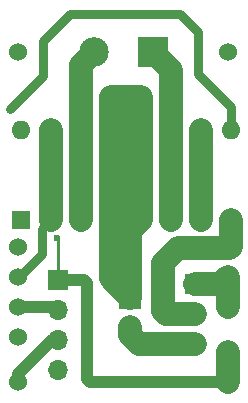
<source format=gtl>
G04 #@! TF.FileFunction,Copper,L1,Top,Signal*
%FSLAX46Y46*%
G04 Gerber Fmt 4.6, Leading zero omitted, Abs format (unit mm)*
G04 Created by KiCad (PCBNEW 4.0.6+dfsg1-1) date Mon Feb 26 15:43:31 2018*
%MOMM*%
%LPD*%
G01*
G04 APERTURE LIST*
%ADD10C,0.100000*%
%ADD11C,1.524000*%
%ADD12R,1.700000X1.700000*%
%ADD13O,1.700000X1.700000*%
%ADD14R,2.500000X2.500000*%
%ADD15C,2.500000*%
%ADD16R,1.600000X1.600000*%
%ADD17O,1.600000X1.600000*%
%ADD18R,1.850000X1.850000*%
%ADD19C,1.850000*%
%ADD20C,0.600000*%
%ADD21C,2.000000*%
%ADD22C,0.250000*%
%ADD23C,1.000000*%
%ADD24C,0.750000*%
G04 APERTURE END LIST*
D10*
D11*
X19380200Y1346200D03*
X19380200Y3886200D03*
X19380200Y7696200D03*
X19380200Y10236200D03*
X1600200Y1346200D03*
X1600200Y29286200D03*
X19380200Y29286200D03*
X1600200Y5156200D03*
X1600200Y7696200D03*
X1600200Y10236200D03*
X1600200Y12776200D03*
D12*
X16586200Y9601200D03*
D13*
X16586200Y7061200D03*
X16586200Y4521200D03*
D14*
X13030200Y29286200D03*
D15*
X8030200Y29286200D03*
D16*
X1854200Y15062200D03*
D17*
X19634200Y22682200D03*
X4394200Y15062200D03*
X17094200Y22682200D03*
X6934200Y15062200D03*
X14554200Y22682200D03*
X9474200Y15062200D03*
X12014200Y22682200D03*
X12014200Y15062200D03*
X9474200Y22682200D03*
X14554200Y15062200D03*
X6934200Y22682200D03*
X17094200Y15062200D03*
X4394200Y22682200D03*
X19634200Y15062200D03*
X1854200Y22682200D03*
D18*
X11125200Y8458200D03*
D19*
X11125200Y5958200D03*
D12*
X5029200Y9982200D03*
D13*
X5029200Y7442200D03*
X5029200Y4902200D03*
X5029200Y2362200D03*
D20*
X12014200Y16840200D03*
X12014200Y20904200D03*
X12014200Y19888200D03*
X12014200Y18872200D03*
X12014200Y17856200D03*
X10744200Y25476200D03*
X12014200Y25476200D03*
X9474200Y25476200D03*
X9474200Y16840200D03*
X9474200Y20904200D03*
X9474200Y19888200D03*
X9474200Y18872200D03*
X9474200Y17856200D03*
X9474200Y24460200D03*
X10744200Y16840200D03*
X10744200Y20904200D03*
X10744200Y19888200D03*
X10744200Y18872200D03*
X10744200Y17856200D03*
X10744200Y24460200D03*
X12014200Y24460200D03*
X4902200Y13538200D03*
X965200Y24460200D03*
D21*
X16586200Y9601200D02*
X18745200Y9601200D01*
X18745200Y9601200D02*
X19380200Y10236200D01*
X19380200Y10236200D02*
X19380200Y7696200D01*
X16586200Y7061200D02*
X14173200Y7061200D01*
X19634200Y12776200D02*
X19634200Y15062200D01*
X19507200Y12649200D02*
X19634200Y12776200D01*
X15189200Y12649200D02*
X19507200Y12649200D01*
X13919200Y11379200D02*
X15189200Y12649200D01*
X13919200Y7315200D02*
X13919200Y11379200D01*
X14173200Y7061200D02*
X13919200Y7315200D01*
X11125200Y5958200D02*
X11125200Y5283200D01*
X11125200Y5283200D02*
X11887200Y4521200D01*
X11887200Y4521200D02*
X16586200Y4521200D01*
X11125200Y8458200D02*
X11125200Y14173200D01*
X11125200Y14173200D02*
X12014200Y15062200D01*
X9474200Y15062200D02*
X9474200Y10109200D01*
X9474200Y10109200D02*
X11125200Y8458200D01*
X12014200Y20904200D02*
X12014200Y22682200D01*
X12014200Y19888200D02*
X12014200Y20904200D01*
X12014200Y18872200D02*
X12014200Y19888200D01*
X12014200Y17856200D02*
X12014200Y18872200D01*
X12014200Y16840200D02*
X12014200Y17856200D01*
X12014200Y15062200D02*
X12014200Y16840200D01*
X10744200Y25476200D02*
X12014200Y25476200D01*
X9474200Y25476200D02*
X10744200Y25476200D01*
X9474200Y16840200D02*
X9474200Y15062200D01*
X9474200Y17856200D02*
X9474200Y16840200D01*
X9474200Y18872200D02*
X9474200Y17856200D01*
X9474200Y19888200D02*
X9474200Y18872200D01*
X9474200Y20904200D02*
X9474200Y19888200D01*
X9474200Y22682200D02*
X9474200Y20904200D01*
X9474200Y24460200D02*
X9474200Y25476200D01*
X9474200Y22682200D02*
X9474200Y24460200D01*
X10744200Y16840200D02*
X10744200Y15062200D01*
X10744200Y17856200D02*
X10744200Y16840200D01*
X10744200Y18872200D02*
X10744200Y17856200D01*
X10744200Y19888200D02*
X10744200Y18872200D01*
X10744200Y20904200D02*
X10744200Y19888200D01*
X10744200Y22174200D02*
X10744200Y20904200D01*
X10744200Y24460200D02*
X10744200Y22174200D01*
X12014200Y24460200D02*
X12014200Y22682200D01*
X12014200Y25476200D02*
X12014200Y24460200D01*
X10744200Y22682200D02*
X10744200Y22174200D01*
X10744200Y15062200D02*
X10744200Y15570200D01*
X10744200Y15570200D02*
X10744200Y15062200D01*
X9474200Y15062200D02*
X10744200Y15062200D01*
X10744200Y15062200D02*
X12014200Y15062200D01*
X9474200Y22682200D02*
X10744200Y22682200D01*
X10744200Y22682200D02*
X12014200Y22682200D01*
X14554200Y15062200D02*
X14554200Y22682200D01*
X14554200Y22682200D02*
X14554200Y27762200D01*
X14554200Y27762200D02*
X13030200Y29286200D01*
X6934200Y22682200D02*
X6934200Y15062200D01*
X6934200Y22682200D02*
X6934200Y28190200D01*
X6934200Y28190200D02*
X8030200Y29286200D01*
D22*
X5029200Y9982200D02*
X5029200Y13411200D01*
X5029200Y13411200D02*
X4902200Y13538200D01*
D23*
X19380200Y1346200D02*
X7696200Y1346200D01*
X7188200Y9982200D02*
X5029200Y9982200D01*
X7442200Y9728200D02*
X7188200Y9982200D01*
X7442200Y1600200D02*
X7442200Y9728200D01*
X7696200Y1346200D02*
X7442200Y1600200D01*
D21*
X19380200Y1346200D02*
X19380200Y3886200D01*
D23*
X1600200Y1346200D02*
X1600200Y1981200D01*
X1600200Y1981200D02*
X4521200Y4902200D01*
X4521200Y4902200D02*
X5029200Y4902200D01*
D24*
X1600200Y10236200D02*
X1727200Y10236200D01*
X1727200Y10236200D02*
X3632200Y12141200D01*
X3632200Y12141200D02*
X3632200Y14300200D01*
X3632200Y14300200D02*
X4394200Y15062200D01*
D21*
X4394200Y22682200D02*
X4394200Y15062200D01*
D23*
X1600200Y7696200D02*
X4775200Y7696200D01*
X4775200Y7696200D02*
X5029200Y7442200D01*
D21*
X17094200Y22682200D02*
X17094200Y15062200D01*
D24*
X19634200Y24587200D02*
X16840200Y27381200D01*
X16840200Y27381200D02*
X16840200Y30937200D01*
X16840200Y30937200D02*
X15316200Y32461200D01*
X15316200Y32461200D02*
X6045200Y32461200D01*
X6045200Y32461200D02*
X3759200Y30175200D01*
X3759200Y30175200D02*
X3759200Y27254200D01*
X3759200Y27254200D02*
X965200Y24460200D01*
X19634200Y22682200D02*
X19634200Y24587200D01*
D22*
X1854200Y15062200D02*
X1981200Y15062200D01*
M02*

</source>
